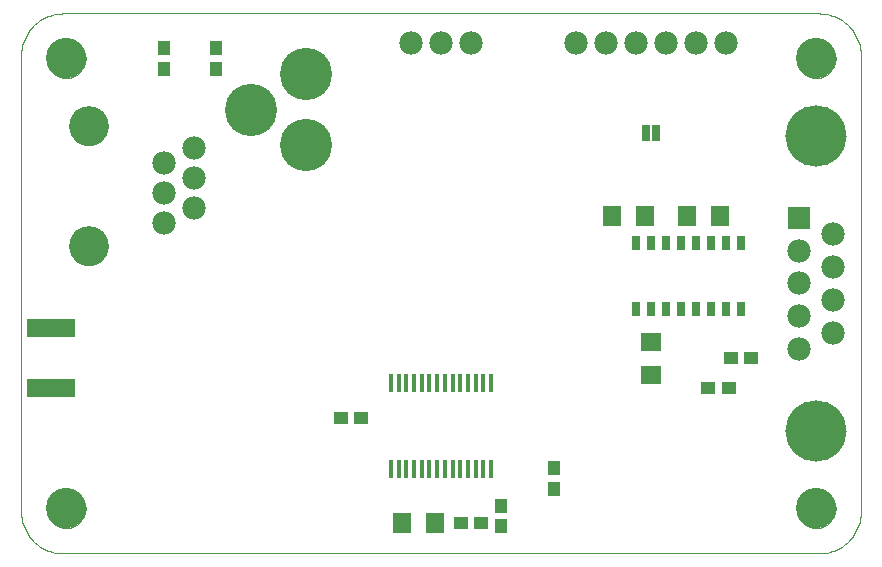
<source format=gbs>
G75*
G70*
%OFA0B0*%
%FSLAX24Y24*%
%IPPOS*%
%LPD*%
%AMOC8*
5,1,8,0,0,1.08239X$1,22.5*
%
%ADD10C,0.0000*%
%ADD11C,0.0780*%
%ADD12R,0.0290X0.0540*%
%ADD13R,0.0434X0.0473*%
%ADD14R,0.1640X0.0640*%
%ADD15C,0.1340*%
%ADD16R,0.0780X0.0780*%
%ADD17C,0.2040*%
%ADD18R,0.0276X0.0512*%
%ADD19R,0.0670X0.0591*%
%ADD20R,0.0591X0.0670*%
%ADD21R,0.0473X0.0434*%
%ADD22C,0.1740*%
%ADD23C,0.1320*%
%ADD24R,0.0177X0.0590*%
D10*
X002504Y000463D02*
X027676Y000463D01*
X027750Y000465D01*
X027824Y000471D01*
X027897Y000480D01*
X027970Y000494D01*
X028042Y000511D01*
X028113Y000532D01*
X028183Y000557D01*
X028251Y000585D01*
X028318Y000617D01*
X028383Y000652D01*
X028446Y000691D01*
X028507Y000733D01*
X028566Y000778D01*
X028622Y000826D01*
X028676Y000877D01*
X028727Y000931D01*
X028775Y000987D01*
X028820Y001046D01*
X028862Y001107D01*
X028901Y001170D01*
X028936Y001235D01*
X028968Y001302D01*
X028996Y001370D01*
X029021Y001440D01*
X029042Y001511D01*
X029059Y001583D01*
X029073Y001656D01*
X029082Y001729D01*
X029088Y001803D01*
X029090Y001877D01*
X029090Y017049D01*
X029088Y017123D01*
X029082Y017197D01*
X029073Y017270D01*
X029059Y017343D01*
X029042Y017415D01*
X029021Y017486D01*
X028996Y017556D01*
X028968Y017624D01*
X028936Y017691D01*
X028901Y017756D01*
X028862Y017819D01*
X028820Y017880D01*
X028775Y017939D01*
X028727Y017995D01*
X028676Y018049D01*
X028622Y018100D01*
X028566Y018148D01*
X028507Y018193D01*
X028446Y018235D01*
X028383Y018274D01*
X028318Y018309D01*
X028251Y018341D01*
X028183Y018369D01*
X028113Y018394D01*
X028042Y018415D01*
X027970Y018432D01*
X027897Y018446D01*
X027824Y018455D01*
X027750Y018461D01*
X027676Y018463D01*
X002504Y018463D01*
X002430Y018461D01*
X002356Y018455D01*
X002283Y018446D01*
X002210Y018432D01*
X002138Y018415D01*
X002067Y018394D01*
X001997Y018369D01*
X001929Y018341D01*
X001862Y018309D01*
X001797Y018274D01*
X001734Y018235D01*
X001673Y018193D01*
X001614Y018148D01*
X001558Y018100D01*
X001504Y018049D01*
X001453Y017995D01*
X001405Y017939D01*
X001360Y017880D01*
X001318Y017819D01*
X001279Y017756D01*
X001244Y017691D01*
X001212Y017624D01*
X001184Y017556D01*
X001159Y017486D01*
X001138Y017415D01*
X001121Y017343D01*
X001107Y017270D01*
X001098Y017197D01*
X001092Y017123D01*
X001090Y017049D01*
X001090Y001877D01*
X001092Y001803D01*
X001098Y001729D01*
X001107Y001656D01*
X001121Y001583D01*
X001138Y001511D01*
X001159Y001440D01*
X001184Y001370D01*
X001212Y001302D01*
X001244Y001235D01*
X001279Y001170D01*
X001318Y001107D01*
X001360Y001046D01*
X001405Y000987D01*
X001453Y000931D01*
X001504Y000877D01*
X001558Y000826D01*
X001614Y000778D01*
X001673Y000733D01*
X001734Y000691D01*
X001797Y000652D01*
X001862Y000617D01*
X001929Y000585D01*
X001997Y000557D01*
X002067Y000532D01*
X002138Y000511D01*
X002210Y000494D01*
X002283Y000480D01*
X002356Y000471D01*
X002430Y000465D01*
X002504Y000463D01*
X001940Y001963D02*
X001942Y002013D01*
X001948Y002063D01*
X001958Y002113D01*
X001971Y002161D01*
X001988Y002209D01*
X002009Y002255D01*
X002033Y002299D01*
X002061Y002341D01*
X002092Y002381D01*
X002126Y002418D01*
X002163Y002453D01*
X002202Y002484D01*
X002243Y002513D01*
X002287Y002538D01*
X002333Y002560D01*
X002380Y002578D01*
X002428Y002592D01*
X002477Y002603D01*
X002527Y002610D01*
X002577Y002613D01*
X002628Y002612D01*
X002678Y002607D01*
X002728Y002598D01*
X002776Y002586D01*
X002824Y002569D01*
X002870Y002549D01*
X002915Y002526D01*
X002958Y002499D01*
X002998Y002469D01*
X003036Y002436D01*
X003071Y002400D01*
X003104Y002361D01*
X003133Y002320D01*
X003159Y002277D01*
X003182Y002232D01*
X003201Y002185D01*
X003216Y002137D01*
X003228Y002088D01*
X003236Y002038D01*
X003240Y001988D01*
X003240Y001938D01*
X003236Y001888D01*
X003228Y001838D01*
X003216Y001789D01*
X003201Y001741D01*
X003182Y001694D01*
X003159Y001649D01*
X003133Y001606D01*
X003104Y001565D01*
X003071Y001526D01*
X003036Y001490D01*
X002998Y001457D01*
X002958Y001427D01*
X002915Y001400D01*
X002870Y001377D01*
X002824Y001357D01*
X002776Y001340D01*
X002728Y001328D01*
X002678Y001319D01*
X002628Y001314D01*
X002577Y001313D01*
X002527Y001316D01*
X002477Y001323D01*
X002428Y001334D01*
X002380Y001348D01*
X002333Y001366D01*
X002287Y001388D01*
X002243Y001413D01*
X002202Y001442D01*
X002163Y001473D01*
X002126Y001508D01*
X002092Y001545D01*
X002061Y001585D01*
X002033Y001627D01*
X002009Y001671D01*
X001988Y001717D01*
X001971Y001765D01*
X001958Y001813D01*
X001948Y001863D01*
X001942Y001913D01*
X001940Y001963D01*
X002700Y010713D02*
X002702Y010763D01*
X002708Y010813D01*
X002718Y010862D01*
X002731Y010911D01*
X002749Y010958D01*
X002770Y011004D01*
X002794Y011047D01*
X002822Y011089D01*
X002853Y011129D01*
X002887Y011166D01*
X002924Y011200D01*
X002964Y011231D01*
X003006Y011259D01*
X003049Y011283D01*
X003095Y011304D01*
X003142Y011322D01*
X003191Y011335D01*
X003240Y011345D01*
X003290Y011351D01*
X003340Y011353D01*
X003390Y011351D01*
X003440Y011345D01*
X003489Y011335D01*
X003538Y011322D01*
X003585Y011304D01*
X003631Y011283D01*
X003674Y011259D01*
X003716Y011231D01*
X003756Y011200D01*
X003793Y011166D01*
X003827Y011129D01*
X003858Y011089D01*
X003886Y011047D01*
X003910Y011004D01*
X003931Y010958D01*
X003949Y010911D01*
X003962Y010862D01*
X003972Y010813D01*
X003978Y010763D01*
X003980Y010713D01*
X003978Y010663D01*
X003972Y010613D01*
X003962Y010564D01*
X003949Y010515D01*
X003931Y010468D01*
X003910Y010422D01*
X003886Y010379D01*
X003858Y010337D01*
X003827Y010297D01*
X003793Y010260D01*
X003756Y010226D01*
X003716Y010195D01*
X003674Y010167D01*
X003631Y010143D01*
X003585Y010122D01*
X003538Y010104D01*
X003489Y010091D01*
X003440Y010081D01*
X003390Y010075D01*
X003340Y010073D01*
X003290Y010075D01*
X003240Y010081D01*
X003191Y010091D01*
X003142Y010104D01*
X003095Y010122D01*
X003049Y010143D01*
X003006Y010167D01*
X002964Y010195D01*
X002924Y010226D01*
X002887Y010260D01*
X002853Y010297D01*
X002822Y010337D01*
X002794Y010379D01*
X002770Y010422D01*
X002749Y010468D01*
X002731Y010515D01*
X002718Y010564D01*
X002708Y010613D01*
X002702Y010663D01*
X002700Y010713D01*
X002700Y014713D02*
X002702Y014763D01*
X002708Y014813D01*
X002718Y014862D01*
X002731Y014911D01*
X002749Y014958D01*
X002770Y015004D01*
X002794Y015047D01*
X002822Y015089D01*
X002853Y015129D01*
X002887Y015166D01*
X002924Y015200D01*
X002964Y015231D01*
X003006Y015259D01*
X003049Y015283D01*
X003095Y015304D01*
X003142Y015322D01*
X003191Y015335D01*
X003240Y015345D01*
X003290Y015351D01*
X003340Y015353D01*
X003390Y015351D01*
X003440Y015345D01*
X003489Y015335D01*
X003538Y015322D01*
X003585Y015304D01*
X003631Y015283D01*
X003674Y015259D01*
X003716Y015231D01*
X003756Y015200D01*
X003793Y015166D01*
X003827Y015129D01*
X003858Y015089D01*
X003886Y015047D01*
X003910Y015004D01*
X003931Y014958D01*
X003949Y014911D01*
X003962Y014862D01*
X003972Y014813D01*
X003978Y014763D01*
X003980Y014713D01*
X003978Y014663D01*
X003972Y014613D01*
X003962Y014564D01*
X003949Y014515D01*
X003931Y014468D01*
X003910Y014422D01*
X003886Y014379D01*
X003858Y014337D01*
X003827Y014297D01*
X003793Y014260D01*
X003756Y014226D01*
X003716Y014195D01*
X003674Y014167D01*
X003631Y014143D01*
X003585Y014122D01*
X003538Y014104D01*
X003489Y014091D01*
X003440Y014081D01*
X003390Y014075D01*
X003340Y014073D01*
X003290Y014075D01*
X003240Y014081D01*
X003191Y014091D01*
X003142Y014104D01*
X003095Y014122D01*
X003049Y014143D01*
X003006Y014167D01*
X002964Y014195D01*
X002924Y014226D01*
X002887Y014260D01*
X002853Y014297D01*
X002822Y014337D01*
X002794Y014379D01*
X002770Y014422D01*
X002749Y014468D01*
X002731Y014515D01*
X002718Y014564D01*
X002708Y014613D01*
X002702Y014663D01*
X002700Y014713D01*
X001940Y016963D02*
X001942Y017013D01*
X001948Y017063D01*
X001958Y017113D01*
X001971Y017161D01*
X001988Y017209D01*
X002009Y017255D01*
X002033Y017299D01*
X002061Y017341D01*
X002092Y017381D01*
X002126Y017418D01*
X002163Y017453D01*
X002202Y017484D01*
X002243Y017513D01*
X002287Y017538D01*
X002333Y017560D01*
X002380Y017578D01*
X002428Y017592D01*
X002477Y017603D01*
X002527Y017610D01*
X002577Y017613D01*
X002628Y017612D01*
X002678Y017607D01*
X002728Y017598D01*
X002776Y017586D01*
X002824Y017569D01*
X002870Y017549D01*
X002915Y017526D01*
X002958Y017499D01*
X002998Y017469D01*
X003036Y017436D01*
X003071Y017400D01*
X003104Y017361D01*
X003133Y017320D01*
X003159Y017277D01*
X003182Y017232D01*
X003201Y017185D01*
X003216Y017137D01*
X003228Y017088D01*
X003236Y017038D01*
X003240Y016988D01*
X003240Y016938D01*
X003236Y016888D01*
X003228Y016838D01*
X003216Y016789D01*
X003201Y016741D01*
X003182Y016694D01*
X003159Y016649D01*
X003133Y016606D01*
X003104Y016565D01*
X003071Y016526D01*
X003036Y016490D01*
X002998Y016457D01*
X002958Y016427D01*
X002915Y016400D01*
X002870Y016377D01*
X002824Y016357D01*
X002776Y016340D01*
X002728Y016328D01*
X002678Y016319D01*
X002628Y016314D01*
X002577Y016313D01*
X002527Y016316D01*
X002477Y016323D01*
X002428Y016334D01*
X002380Y016348D01*
X002333Y016366D01*
X002287Y016388D01*
X002243Y016413D01*
X002202Y016442D01*
X002163Y016473D01*
X002126Y016508D01*
X002092Y016545D01*
X002061Y016585D01*
X002033Y016627D01*
X002009Y016671D01*
X001988Y016717D01*
X001971Y016765D01*
X001958Y016813D01*
X001948Y016863D01*
X001942Y016913D01*
X001940Y016963D01*
X026940Y016963D02*
X026942Y017013D01*
X026948Y017063D01*
X026958Y017113D01*
X026971Y017161D01*
X026988Y017209D01*
X027009Y017255D01*
X027033Y017299D01*
X027061Y017341D01*
X027092Y017381D01*
X027126Y017418D01*
X027163Y017453D01*
X027202Y017484D01*
X027243Y017513D01*
X027287Y017538D01*
X027333Y017560D01*
X027380Y017578D01*
X027428Y017592D01*
X027477Y017603D01*
X027527Y017610D01*
X027577Y017613D01*
X027628Y017612D01*
X027678Y017607D01*
X027728Y017598D01*
X027776Y017586D01*
X027824Y017569D01*
X027870Y017549D01*
X027915Y017526D01*
X027958Y017499D01*
X027998Y017469D01*
X028036Y017436D01*
X028071Y017400D01*
X028104Y017361D01*
X028133Y017320D01*
X028159Y017277D01*
X028182Y017232D01*
X028201Y017185D01*
X028216Y017137D01*
X028228Y017088D01*
X028236Y017038D01*
X028240Y016988D01*
X028240Y016938D01*
X028236Y016888D01*
X028228Y016838D01*
X028216Y016789D01*
X028201Y016741D01*
X028182Y016694D01*
X028159Y016649D01*
X028133Y016606D01*
X028104Y016565D01*
X028071Y016526D01*
X028036Y016490D01*
X027998Y016457D01*
X027958Y016427D01*
X027915Y016400D01*
X027870Y016377D01*
X027824Y016357D01*
X027776Y016340D01*
X027728Y016328D01*
X027678Y016319D01*
X027628Y016314D01*
X027577Y016313D01*
X027527Y016316D01*
X027477Y016323D01*
X027428Y016334D01*
X027380Y016348D01*
X027333Y016366D01*
X027287Y016388D01*
X027243Y016413D01*
X027202Y016442D01*
X027163Y016473D01*
X027126Y016508D01*
X027092Y016545D01*
X027061Y016585D01*
X027033Y016627D01*
X027009Y016671D01*
X026988Y016717D01*
X026971Y016765D01*
X026958Y016813D01*
X026948Y016863D01*
X026942Y016913D01*
X026940Y016963D01*
X026940Y001963D02*
X026942Y002013D01*
X026948Y002063D01*
X026958Y002113D01*
X026971Y002161D01*
X026988Y002209D01*
X027009Y002255D01*
X027033Y002299D01*
X027061Y002341D01*
X027092Y002381D01*
X027126Y002418D01*
X027163Y002453D01*
X027202Y002484D01*
X027243Y002513D01*
X027287Y002538D01*
X027333Y002560D01*
X027380Y002578D01*
X027428Y002592D01*
X027477Y002603D01*
X027527Y002610D01*
X027577Y002613D01*
X027628Y002612D01*
X027678Y002607D01*
X027728Y002598D01*
X027776Y002586D01*
X027824Y002569D01*
X027870Y002549D01*
X027915Y002526D01*
X027958Y002499D01*
X027998Y002469D01*
X028036Y002436D01*
X028071Y002400D01*
X028104Y002361D01*
X028133Y002320D01*
X028159Y002277D01*
X028182Y002232D01*
X028201Y002185D01*
X028216Y002137D01*
X028228Y002088D01*
X028236Y002038D01*
X028240Y001988D01*
X028240Y001938D01*
X028236Y001888D01*
X028228Y001838D01*
X028216Y001789D01*
X028201Y001741D01*
X028182Y001694D01*
X028159Y001649D01*
X028133Y001606D01*
X028104Y001565D01*
X028071Y001526D01*
X028036Y001490D01*
X027998Y001457D01*
X027958Y001427D01*
X027915Y001400D01*
X027870Y001377D01*
X027824Y001357D01*
X027776Y001340D01*
X027728Y001328D01*
X027678Y001319D01*
X027628Y001314D01*
X027577Y001313D01*
X027527Y001316D01*
X027477Y001323D01*
X027428Y001334D01*
X027380Y001348D01*
X027333Y001366D01*
X027287Y001388D01*
X027243Y001413D01*
X027202Y001442D01*
X027163Y001473D01*
X027126Y001508D01*
X027092Y001545D01*
X027061Y001585D01*
X027033Y001627D01*
X027009Y001671D01*
X026988Y001717D01*
X026971Y001765D01*
X026958Y001813D01*
X026948Y001863D01*
X026942Y001913D01*
X026940Y001963D01*
D11*
X027031Y007282D03*
X028149Y007829D03*
X027031Y008372D03*
X028149Y008920D03*
X027031Y009463D03*
X028149Y010006D03*
X027031Y010553D03*
X028149Y011097D03*
X024590Y017463D03*
X023590Y017463D03*
X022590Y017463D03*
X021590Y017463D03*
X020590Y017463D03*
X019590Y017463D03*
X016090Y017463D03*
X015090Y017463D03*
X014090Y017463D03*
X006840Y013963D03*
X005840Y013463D03*
X006840Y012963D03*
X005840Y012463D03*
X006840Y011963D03*
X005840Y011463D03*
D12*
X021913Y014463D03*
X022267Y014463D03*
D13*
X007590Y016628D03*
X007590Y017297D03*
X005840Y017297D03*
X005840Y016628D03*
X018840Y003297D03*
X018840Y002628D03*
X017090Y002047D03*
X017090Y001378D03*
D14*
X002090Y005963D03*
X002090Y007963D03*
D15*
X002590Y001963D03*
X027590Y001963D03*
X027590Y016963D03*
X002590Y016963D03*
D16*
X027031Y011644D03*
D17*
X027590Y014384D03*
X027590Y004542D03*
D18*
X025090Y008610D03*
X024590Y008610D03*
X024090Y008610D03*
X023590Y008610D03*
X023090Y008610D03*
X022590Y008610D03*
X022090Y008610D03*
X021590Y008610D03*
X021590Y010815D03*
X022090Y010815D03*
X022590Y010815D03*
X023090Y010815D03*
X023590Y010815D03*
X024090Y010815D03*
X024590Y010815D03*
X025090Y010815D03*
D19*
X022090Y007514D03*
X022090Y006412D03*
D20*
X014891Y001463D03*
X013789Y001463D03*
X020789Y011713D03*
X021891Y011713D03*
X023289Y011713D03*
X024391Y011713D03*
D21*
X024755Y006963D03*
X025425Y006963D03*
X024675Y005963D03*
X024005Y005963D03*
X016425Y001463D03*
X015755Y001463D03*
X012425Y004963D03*
X011755Y004963D03*
D22*
X010590Y014069D03*
X008740Y015250D03*
X010590Y016431D03*
D23*
X003340Y014713D03*
X003340Y010713D03*
D24*
X013427Y006152D03*
X013683Y006152D03*
X013938Y006152D03*
X014194Y006152D03*
X014450Y006152D03*
X014706Y006152D03*
X014962Y006152D03*
X015218Y006152D03*
X015474Y006152D03*
X015730Y006152D03*
X015986Y006152D03*
X016242Y006152D03*
X016497Y006152D03*
X016753Y006152D03*
X016753Y003273D03*
X016497Y003273D03*
X016242Y003273D03*
X015986Y003273D03*
X015730Y003273D03*
X015474Y003273D03*
X015218Y003273D03*
X014962Y003273D03*
X014706Y003273D03*
X014450Y003273D03*
X014194Y003273D03*
X013938Y003273D03*
X013683Y003273D03*
X013427Y003273D03*
M02*

</source>
